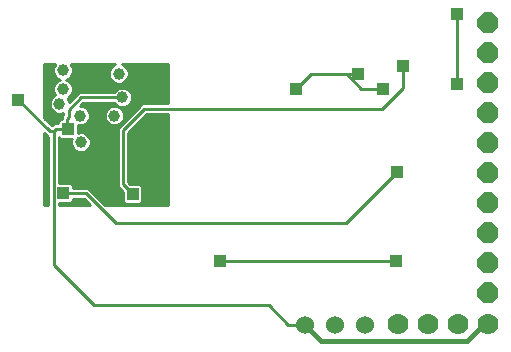
<source format=gbl>
G75*
%MOIN*%
%OFA0B0*%
%FSLAX25Y25*%
%IPPOS*%
%LPD*%
%AMOC8*
5,1,8,0,0,1.08239X$1,22.5*
%
%ADD10C,0.07000*%
%ADD11C,0.06000*%
%ADD12OC8,0.07000*%
%ADD13R,0.03962X0.03962*%
%ADD14C,0.01000*%
%ADD15C,0.01600*%
%ADD16C,0.03962*%
D10*
X0137476Y0012289D03*
X0147476Y0012289D03*
X0157476Y0012289D03*
X0167476Y0012289D03*
D11*
X0126463Y0012043D03*
X0116463Y0012043D03*
X0106463Y0012043D03*
D12*
X0167496Y0022654D03*
X0167496Y0032654D03*
X0167496Y0042654D03*
X0167496Y0052654D03*
X0167496Y0062654D03*
X0167496Y0072654D03*
X0167496Y0082654D03*
X0167496Y0092654D03*
X0167496Y0102654D03*
X0167496Y0112654D03*
D13*
X0157447Y0115764D03*
X0139140Y0098392D03*
X0132594Y0090715D03*
X0124376Y0095537D03*
X0103510Y0090518D03*
X0137319Y0063008D03*
X0157447Y0092388D03*
X0136827Y0033234D03*
X0078411Y0033234D03*
X0049130Y0055724D03*
X0026098Y0055970D03*
X0027624Y0077427D03*
X0010990Y0087171D03*
D14*
X0022801Y0032004D02*
X0036138Y0018667D01*
X0094455Y0018667D01*
X0101079Y0012043D01*
X0106463Y0012043D01*
X0078411Y0033234D02*
X0136827Y0033234D01*
X0120242Y0045931D02*
X0137319Y0063008D01*
X0120242Y0045931D02*
X0043618Y0045931D01*
X0033579Y0055970D01*
X0026098Y0055970D01*
X0024608Y0059259D02*
X0024608Y0074632D01*
X0025101Y0074139D01*
X0028839Y0074139D01*
X0028617Y0073603D01*
X0028617Y0072295D01*
X0029118Y0071086D01*
X0030043Y0070161D01*
X0031251Y0069661D01*
X0032560Y0069661D01*
X0033768Y0070161D01*
X0034693Y0071086D01*
X0035194Y0072295D01*
X0035194Y0073603D01*
X0034693Y0074811D01*
X0033768Y0075736D01*
X0032560Y0076237D01*
X0031251Y0076237D01*
X0030912Y0076096D01*
X0030912Y0078558D01*
X0031005Y0078519D01*
X0032314Y0078519D01*
X0033522Y0079019D01*
X0034447Y0079944D01*
X0034948Y0081153D01*
X0034948Y0082461D01*
X0034447Y0083670D01*
X0033522Y0084595D01*
X0032314Y0085095D01*
X0031745Y0085095D01*
X0032703Y0086053D01*
X0042874Y0086053D01*
X0042897Y0085998D01*
X0043822Y0085073D01*
X0045031Y0084572D01*
X0046339Y0084572D01*
X0047548Y0085073D01*
X0048473Y0085998D01*
X0048973Y0087206D01*
X0048973Y0088514D01*
X0048473Y0089723D01*
X0047548Y0090648D01*
X0046339Y0091148D01*
X0045031Y0091148D01*
X0043822Y0090648D01*
X0042897Y0089723D01*
X0042874Y0089667D01*
X0031206Y0089667D01*
X0028037Y0086498D01*
X0027557Y0087656D01*
X0027475Y0087738D01*
X0027813Y0087878D01*
X0028738Y0088803D01*
X0029239Y0090011D01*
X0029239Y0091319D01*
X0028738Y0092528D01*
X0027813Y0093453D01*
X0026999Y0093790D01*
X0027813Y0094128D01*
X0028738Y0095053D01*
X0029239Y0096261D01*
X0029239Y0097569D01*
X0028738Y0098778D01*
X0028632Y0098884D01*
X0043397Y0098884D01*
X0042641Y0098571D01*
X0041716Y0097646D01*
X0041216Y0096438D01*
X0041216Y0095129D01*
X0041716Y0093921D01*
X0042641Y0092996D01*
X0043850Y0092495D01*
X0045158Y0092495D01*
X0046367Y0092996D01*
X0047292Y0093921D01*
X0047792Y0095129D01*
X0047792Y0096438D01*
X0047292Y0097646D01*
X0046367Y0098571D01*
X0045611Y0098884D01*
X0060990Y0098884D01*
X0060990Y0085878D01*
X0052368Y0085878D01*
X0051309Y0084819D01*
X0044124Y0077634D01*
X0044124Y0058175D01*
X0045183Y0057116D01*
X0045842Y0056457D01*
X0045842Y0053202D01*
X0046607Y0052436D01*
X0051652Y0052436D01*
X0052418Y0053202D01*
X0052418Y0058247D01*
X0051652Y0059013D01*
X0048397Y0059013D01*
X0047738Y0059672D01*
X0047738Y0076137D01*
X0053865Y0082264D01*
X0060990Y0082264D01*
X0060990Y0052033D01*
X0040071Y0052033D01*
X0034327Y0057778D01*
X0029387Y0057778D01*
X0029387Y0058493D01*
X0028621Y0059259D01*
X0024608Y0059259D01*
X0024608Y0059912D02*
X0044124Y0059912D01*
X0044124Y0058914D02*
X0028966Y0058914D01*
X0029387Y0057915D02*
X0044384Y0057915D01*
X0045382Y0056917D02*
X0035188Y0056917D01*
X0036187Y0055918D02*
X0045842Y0055918D01*
X0045842Y0054920D02*
X0037185Y0054920D01*
X0038184Y0053921D02*
X0045842Y0053921D01*
X0046121Y0052923D02*
X0039182Y0052923D01*
X0034960Y0052033D02*
X0024608Y0052033D01*
X0024608Y0052682D01*
X0028621Y0052682D01*
X0029387Y0053448D01*
X0029387Y0054163D01*
X0032830Y0054163D01*
X0034960Y0052033D01*
X0034071Y0052923D02*
X0028861Y0052923D01*
X0029387Y0053921D02*
X0033073Y0053921D01*
X0024608Y0060911D02*
X0044124Y0060911D01*
X0044124Y0061909D02*
X0024608Y0061909D01*
X0024608Y0062908D02*
X0044124Y0062908D01*
X0044124Y0063906D02*
X0024608Y0063906D01*
X0024608Y0064905D02*
X0044124Y0064905D01*
X0044124Y0065903D02*
X0024608Y0065903D01*
X0024608Y0066902D02*
X0044124Y0066902D01*
X0044124Y0067900D02*
X0024608Y0067900D01*
X0024608Y0068899D02*
X0044124Y0068899D01*
X0044124Y0069897D02*
X0033131Y0069897D01*
X0034503Y0070896D02*
X0044124Y0070896D01*
X0044124Y0071894D02*
X0035028Y0071894D01*
X0035194Y0072893D02*
X0044124Y0072893D01*
X0044124Y0073891D02*
X0035074Y0073891D01*
X0034615Y0074890D02*
X0044124Y0074890D01*
X0044124Y0075888D02*
X0033401Y0075888D01*
X0030912Y0076887D02*
X0044124Y0076887D01*
X0044375Y0077885D02*
X0030912Y0077885D01*
X0033195Y0078884D02*
X0041542Y0078884D01*
X0041214Y0079019D02*
X0042423Y0078519D01*
X0043731Y0078519D01*
X0044939Y0079019D01*
X0045864Y0079944D01*
X0046365Y0081153D01*
X0046365Y0082461D01*
X0045864Y0083670D01*
X0044939Y0084595D01*
X0043731Y0085095D01*
X0042423Y0085095D01*
X0041214Y0084595D01*
X0040289Y0083670D01*
X0039789Y0082461D01*
X0039789Y0081153D01*
X0040289Y0079944D01*
X0041214Y0079019D01*
X0040351Y0079882D02*
X0034385Y0079882D01*
X0034835Y0080881D02*
X0039901Y0080881D01*
X0039789Y0081879D02*
X0034948Y0081879D01*
X0034775Y0082878D02*
X0039961Y0082878D01*
X0040496Y0083876D02*
X0034240Y0083876D01*
X0032845Y0084875D02*
X0041891Y0084875D01*
X0043022Y0085873D02*
X0032524Y0085873D01*
X0031955Y0087860D02*
X0027919Y0083825D01*
X0027919Y0081463D01*
X0027280Y0080823D01*
X0027280Y0077772D01*
X0027624Y0077427D01*
X0023638Y0077427D01*
X0022801Y0076591D01*
X0021571Y0076591D01*
X0010990Y0087171D01*
X0019553Y0086872D02*
X0021657Y0086872D01*
X0021481Y0086447D02*
X0021982Y0087656D01*
X0022907Y0088581D01*
X0023245Y0088721D01*
X0023163Y0088803D01*
X0022663Y0090011D01*
X0022663Y0091319D01*
X0023163Y0092528D01*
X0024088Y0093453D01*
X0024903Y0093790D01*
X0024088Y0094128D01*
X0023163Y0095053D01*
X0022663Y0096261D01*
X0022663Y0097569D01*
X0023163Y0098778D01*
X0023269Y0098884D01*
X0019553Y0098884D01*
X0019553Y0081164D01*
X0022186Y0078531D01*
X0022889Y0079234D01*
X0024336Y0079234D01*
X0024336Y0079950D01*
X0025101Y0080715D01*
X0025472Y0080715D01*
X0025472Y0081571D01*
X0026112Y0082211D01*
X0026112Y0082790D01*
X0025424Y0082505D01*
X0024116Y0082505D01*
X0022907Y0083006D01*
X0021982Y0083931D01*
X0021481Y0085139D01*
X0021481Y0086447D01*
X0021481Y0085873D02*
X0019553Y0085873D01*
X0019553Y0084875D02*
X0021591Y0084875D01*
X0022036Y0083876D02*
X0019553Y0083876D01*
X0019553Y0082878D02*
X0023216Y0082878D01*
X0025781Y0081879D02*
X0019553Y0081879D01*
X0019836Y0080881D02*
X0025472Y0080881D01*
X0024336Y0079882D02*
X0020835Y0079882D01*
X0021833Y0078884D02*
X0022539Y0078884D01*
X0022801Y0076591D02*
X0022801Y0032004D01*
X0020994Y0052033D02*
X0019553Y0052033D01*
X0019553Y0076053D01*
X0020822Y0074783D01*
X0020994Y0074783D01*
X0020994Y0052033D01*
X0020994Y0052923D02*
X0019553Y0052923D01*
X0019553Y0053921D02*
X0020994Y0053921D01*
X0020994Y0054920D02*
X0019553Y0054920D01*
X0019553Y0055918D02*
X0020994Y0055918D01*
X0020994Y0056917D02*
X0019553Y0056917D01*
X0019553Y0057915D02*
X0020994Y0057915D01*
X0020994Y0058914D02*
X0019553Y0058914D01*
X0019553Y0059912D02*
X0020994Y0059912D01*
X0020994Y0060911D02*
X0019553Y0060911D01*
X0019553Y0061909D02*
X0020994Y0061909D01*
X0020994Y0062908D02*
X0019553Y0062908D01*
X0019553Y0063906D02*
X0020994Y0063906D01*
X0020994Y0064905D02*
X0019553Y0064905D01*
X0019553Y0065903D02*
X0020994Y0065903D01*
X0020994Y0066902D02*
X0019553Y0066902D01*
X0019553Y0067900D02*
X0020994Y0067900D01*
X0020994Y0068899D02*
X0019553Y0068899D01*
X0019553Y0069897D02*
X0020994Y0069897D01*
X0020994Y0070896D02*
X0019553Y0070896D01*
X0019553Y0071894D02*
X0020994Y0071894D01*
X0020994Y0072893D02*
X0019553Y0072893D01*
X0019553Y0073891D02*
X0020994Y0073891D01*
X0020716Y0074890D02*
X0019553Y0074890D01*
X0019553Y0075888D02*
X0019717Y0075888D01*
X0024608Y0073891D02*
X0028737Y0073891D01*
X0028617Y0072893D02*
X0024608Y0072893D01*
X0024608Y0071894D02*
X0028783Y0071894D01*
X0029308Y0070896D02*
X0024608Y0070896D01*
X0024608Y0069897D02*
X0030680Y0069897D01*
X0044612Y0078884D02*
X0045374Y0078884D01*
X0045802Y0079882D02*
X0046372Y0079882D01*
X0046252Y0080881D02*
X0047371Y0080881D01*
X0048369Y0081879D02*
X0046365Y0081879D01*
X0046192Y0082878D02*
X0049368Y0082878D01*
X0050366Y0083876D02*
X0045658Y0083876D01*
X0044300Y0084875D02*
X0044263Y0084875D01*
X0047070Y0084875D02*
X0051365Y0084875D01*
X0052363Y0085873D02*
X0048348Y0085873D01*
X0048835Y0086872D02*
X0060990Y0086872D01*
X0060990Y0087870D02*
X0048973Y0087870D01*
X0048826Y0088869D02*
X0060990Y0088869D01*
X0060990Y0089868D02*
X0048328Y0089868D01*
X0047021Y0090866D02*
X0060990Y0090866D01*
X0060990Y0091865D02*
X0029013Y0091865D01*
X0029239Y0090866D02*
X0044349Y0090866D01*
X0043042Y0089868D02*
X0029179Y0089868D01*
X0028766Y0088869D02*
X0030408Y0088869D01*
X0029409Y0087870D02*
X0027796Y0087870D01*
X0027882Y0086872D02*
X0028411Y0086872D01*
X0031955Y0087860D02*
X0045685Y0087860D01*
X0046046Y0092863D02*
X0060990Y0092863D01*
X0060990Y0093862D02*
X0047232Y0093862D01*
X0047681Y0094860D02*
X0060990Y0094860D01*
X0060990Y0095859D02*
X0047792Y0095859D01*
X0047618Y0096857D02*
X0060990Y0096857D01*
X0060990Y0097856D02*
X0047082Y0097856D01*
X0045683Y0098854D02*
X0060990Y0098854D01*
X0053116Y0084071D02*
X0132299Y0084071D01*
X0139140Y0090911D01*
X0139140Y0098392D01*
X0132594Y0090715D02*
X0125360Y0090715D01*
X0120537Y0095537D01*
X0108530Y0095537D01*
X0103510Y0090518D01*
X0120537Y0095537D02*
X0124376Y0095537D01*
X0157447Y0092388D02*
X0157447Y0115764D01*
X0060990Y0081879D02*
X0053480Y0081879D01*
X0052482Y0080881D02*
X0060990Y0080881D01*
X0060990Y0079882D02*
X0051483Y0079882D01*
X0050485Y0078884D02*
X0060990Y0078884D01*
X0060990Y0077885D02*
X0049486Y0077885D01*
X0048488Y0076887D02*
X0060990Y0076887D01*
X0060990Y0075888D02*
X0047738Y0075888D01*
X0047738Y0074890D02*
X0060990Y0074890D01*
X0060990Y0073891D02*
X0047738Y0073891D01*
X0047738Y0072893D02*
X0060990Y0072893D01*
X0060990Y0071894D02*
X0047738Y0071894D01*
X0047738Y0070896D02*
X0060990Y0070896D01*
X0060990Y0069897D02*
X0047738Y0069897D01*
X0047738Y0068899D02*
X0060990Y0068899D01*
X0060990Y0067900D02*
X0047738Y0067900D01*
X0047738Y0066902D02*
X0060990Y0066902D01*
X0060990Y0065903D02*
X0047738Y0065903D01*
X0047738Y0064905D02*
X0060990Y0064905D01*
X0060990Y0063906D02*
X0047738Y0063906D01*
X0047738Y0062908D02*
X0060990Y0062908D01*
X0060990Y0061909D02*
X0047738Y0061909D01*
X0047738Y0060911D02*
X0060990Y0060911D01*
X0060990Y0059912D02*
X0047738Y0059912D01*
X0045931Y0058923D02*
X0045931Y0076886D01*
X0053116Y0084071D01*
X0042962Y0092863D02*
X0028403Y0092863D01*
X0027171Y0093862D02*
X0041776Y0093862D01*
X0041327Y0094860D02*
X0028546Y0094860D01*
X0029072Y0095859D02*
X0041216Y0095859D01*
X0041390Y0096857D02*
X0029239Y0096857D01*
X0029120Y0097856D02*
X0041926Y0097856D01*
X0043325Y0098854D02*
X0028662Y0098854D01*
X0023239Y0098854D02*
X0019553Y0098854D01*
X0019553Y0097856D02*
X0022781Y0097856D01*
X0022663Y0096857D02*
X0019553Y0096857D01*
X0019553Y0095859D02*
X0022829Y0095859D01*
X0023356Y0094860D02*
X0019553Y0094860D01*
X0019553Y0093862D02*
X0024731Y0093862D01*
X0023498Y0092863D02*
X0019553Y0092863D01*
X0019553Y0091865D02*
X0022888Y0091865D01*
X0022663Y0090866D02*
X0019553Y0090866D01*
X0019553Y0089868D02*
X0022722Y0089868D01*
X0023136Y0088869D02*
X0019553Y0088869D01*
X0019553Y0087870D02*
X0022197Y0087870D01*
X0045931Y0058923D02*
X0049130Y0055724D01*
X0052418Y0055918D02*
X0060990Y0055918D01*
X0060990Y0054920D02*
X0052418Y0054920D01*
X0052418Y0053921D02*
X0060990Y0053921D01*
X0060990Y0052923D02*
X0052139Y0052923D01*
X0052418Y0056917D02*
X0060990Y0056917D01*
X0060990Y0057915D02*
X0052418Y0057915D01*
X0051751Y0058914D02*
X0060990Y0058914D01*
D15*
X0106463Y0012043D02*
X0111896Y0006610D01*
X0160646Y0006610D01*
X0166325Y0012289D01*
X0167476Y0012289D01*
D16*
X0045685Y0087860D03*
X0043077Y0081807D03*
X0031659Y0081807D03*
X0024770Y0085793D03*
X0025951Y0090665D03*
X0025951Y0096915D03*
X0044504Y0095783D03*
X0031906Y0072949D03*
M02*

</source>
